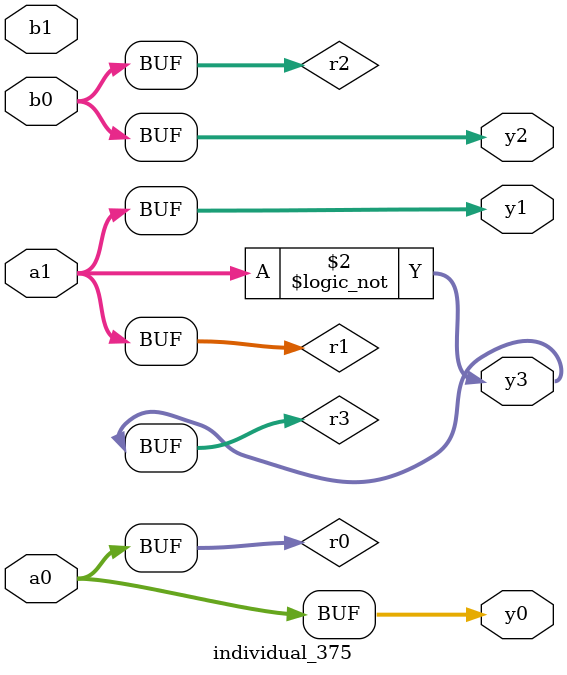
<source format=sv>
module individual_375(input logic [15:0] a1, input logic [15:0] a0, input logic [15:0] b1, input logic [15:0] b0, output logic [15:0] y3, output logic [15:0] y2, output logic [15:0] y1, output logic [15:0] y0);
logic [15:0] r0, r1, r2, r3; 
 always@(*) begin 
	 r0 = a0; r1 = a1; r2 = b0; r3 = b1; 
 	 r3 = ! a1 ;
 	 y3 = r3; y2 = r2; y1 = r1; y0 = r0; 
end
endmodule
</source>
